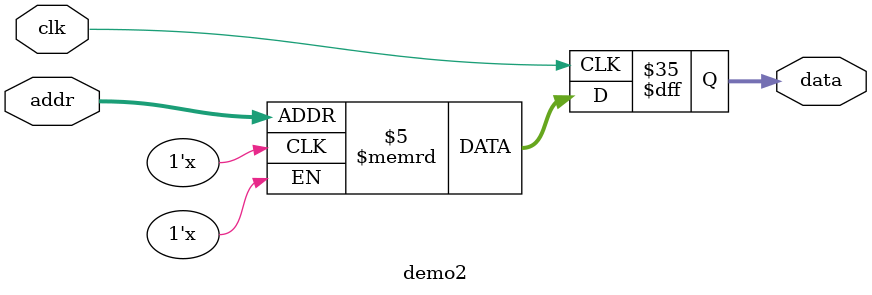
<source format=v>

`ifdef FORMAL
`define assume(_expr_) assume(_expr_)
`else
`define assume(_expr_)
`endif

module demo2(input clk, input [4:0] addr, output reg [31:0] data);
	reg [31:0] mem [0:31];
	always @(posedge clk)
		data <= mem[addr];

	reg [31:0] used_addr = 0;
	reg [31:0] used_dbits = 0;
	reg initstate = 1;

	always @(posedge clk) begin
		initstate <= 0;
		`assume(!used_addr[addr]);
		used_addr[addr] <= 1;
		if (!initstate) begin
			`assume(data != 0);
			`assume((used_dbits & data) == 0);
			used_dbits <= used_dbits | data;
		end
	end
endmodule

</source>
